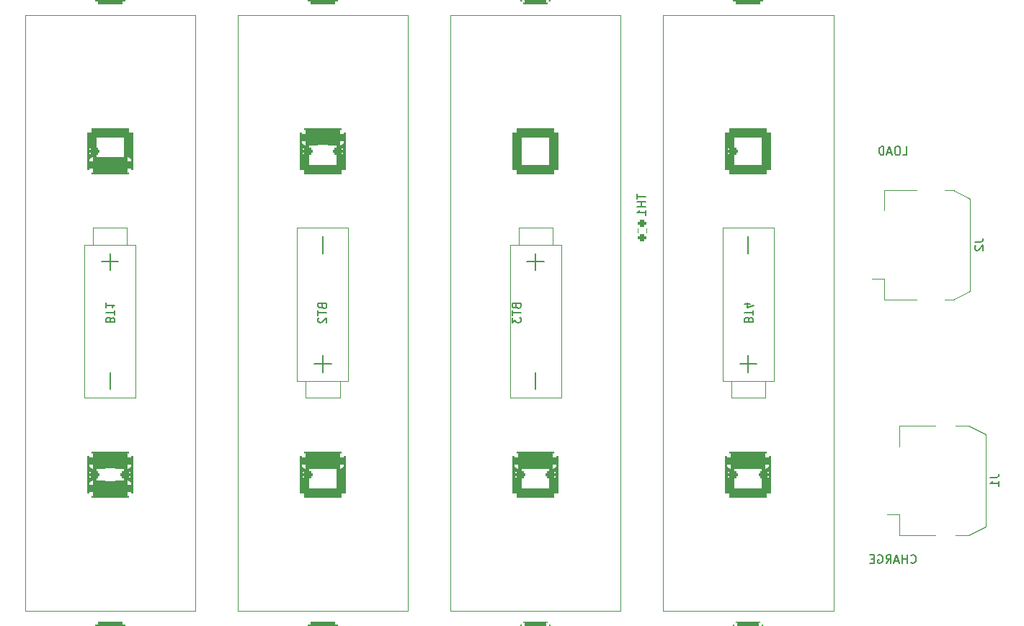
<source format=gbo>
%TF.GenerationSoftware,KiCad,Pcbnew,(6.0.11)*%
%TF.CreationDate,2023-07-04T18:20:15-04:00*%
%TF.ProjectId,Batt_Rev20,42617474-5f52-4657-9632-302e6b696361,rev?*%
%TF.SameCoordinates,Original*%
%TF.FileFunction,Legend,Bot*%
%TF.FilePolarity,Positive*%
%FSLAX46Y46*%
G04 Gerber Fmt 4.6, Leading zero omitted, Abs format (unit mm)*
G04 Created by KiCad (PCBNEW (6.0.11)) date 2023-07-04 18:20:15*
%MOMM*%
%LPD*%
G01*
G04 APERTURE LIST*
G04 Aperture macros list*
%AMRoundRect*
0 Rectangle with rounded corners*
0 $1 Rounding radius*
0 $2 $3 $4 $5 $6 $7 $8 $9 X,Y pos of 4 corners*
0 Add a 4 corners polygon primitive as box body*
4,1,4,$2,$3,$4,$5,$6,$7,$8,$9,$2,$3,0*
0 Add four circle primitives for the rounded corners*
1,1,$1+$1,$2,$3*
1,1,$1+$1,$4,$5*
1,1,$1+$1,$6,$7*
1,1,$1+$1,$8,$9*
0 Add four rect primitives between the rounded corners*
20,1,$1+$1,$2,$3,$4,$5,0*
20,1,$1+$1,$4,$5,$6,$7,0*
20,1,$1+$1,$6,$7,$8,$9,0*
20,1,$1+$1,$8,$9,$2,$3,0*%
G04 Aperture macros list end*
%ADD10C,0.150000*%
%ADD11C,0.120000*%
%ADD12C,0.200000*%
%ADD13R,2.920000X1.270000*%
%ADD14R,1.650000X3.430000*%
%ADD15C,2.710000*%
%ADD16C,0.800000*%
%ADD17C,6.400000*%
%ADD18RoundRect,0.450000X-2.050000X0.450000X-2.050000X-0.450000X2.050000X-0.450000X2.050000X0.450000X0*%
%ADD19RoundRect,0.400000X-1.250000X0.600000X-1.250000X-0.600000X1.250000X-0.600000X1.250000X0.600000X0*%
%ADD20RoundRect,0.200000X-0.400000X0.200000X-0.400000X-0.200000X0.400000X-0.200000X0.400000X0.200000X0*%
%ADD21O,2.400000X1.500000*%
%ADD22RoundRect,0.360000X-1.440000X2.340000X-1.440000X-2.340000X1.440000X-2.340000X1.440000X2.340000X0*%
%ADD23RoundRect,0.540000X-2.160000X2.160000X-2.160000X-2.160000X2.160000X-2.160000X2.160000X2.160000X0*%
%ADD24RoundRect,0.400000X1.250000X-0.600000X1.250000X0.600000X-1.250000X0.600000X-1.250000X-0.600000X0*%
%ADD25RoundRect,0.450000X2.050000X-0.450000X2.050000X0.450000X-2.050000X0.450000X-2.050000X-0.450000X0*%
%ADD26RoundRect,0.540000X2.160000X-2.160000X2.160000X2.160000X-2.160000X2.160000X-2.160000X-2.160000X0*%
%ADD27RoundRect,0.200000X0.400000X-0.200000X0.400000X0.200000X-0.400000X0.200000X-0.400000X-0.200000X0*%
%ADD28RoundRect,0.360000X1.440000X-2.340000X1.440000X2.340000X-1.440000X2.340000X-1.440000X-2.340000X0*%
%ADD29RoundRect,0.200000X0.275000X-0.200000X0.275000X0.200000X-0.275000X0.200000X-0.275000X-0.200000X0*%
G04 APERTURE END LIST*
D10*
X143142857Y-61452380D02*
X143619047Y-61452380D01*
X143619047Y-60452380D01*
X142619047Y-60452380D02*
X142428571Y-60452380D01*
X142333333Y-60500000D01*
X142238095Y-60595238D01*
X142190476Y-60785714D01*
X142190476Y-61119047D01*
X142238095Y-61309523D01*
X142333333Y-61404761D01*
X142428571Y-61452380D01*
X142619047Y-61452380D01*
X142714285Y-61404761D01*
X142809523Y-61309523D01*
X142857142Y-61119047D01*
X142857142Y-60785714D01*
X142809523Y-60595238D01*
X142714285Y-60500000D01*
X142619047Y-60452380D01*
X141809523Y-61166666D02*
X141333333Y-61166666D01*
X141904761Y-61452380D02*
X141571428Y-60452380D01*
X141238095Y-61452380D01*
X140904761Y-61452380D02*
X140904761Y-60452380D01*
X140666666Y-60452380D01*
X140523809Y-60500000D01*
X140428571Y-60595238D01*
X140380952Y-60690476D01*
X140333333Y-60880952D01*
X140333333Y-61023809D01*
X140380952Y-61214285D01*
X140428571Y-61309523D01*
X140523809Y-61404761D01*
X140666666Y-61452380D01*
X140904761Y-61452380D01*
X144095238Y-109357142D02*
X144142857Y-109404761D01*
X144285714Y-109452380D01*
X144380952Y-109452380D01*
X144523809Y-109404761D01*
X144619047Y-109309523D01*
X144666666Y-109214285D01*
X144714285Y-109023809D01*
X144714285Y-108880952D01*
X144666666Y-108690476D01*
X144619047Y-108595238D01*
X144523809Y-108500000D01*
X144380952Y-108452380D01*
X144285714Y-108452380D01*
X144142857Y-108500000D01*
X144095238Y-108547619D01*
X143666666Y-109452380D02*
X143666666Y-108452380D01*
X143666666Y-108928571D02*
X143095238Y-108928571D01*
X143095238Y-109452380D02*
X143095238Y-108452380D01*
X142666666Y-109166666D02*
X142190476Y-109166666D01*
X142761904Y-109452380D02*
X142428571Y-108452380D01*
X142095238Y-109452380D01*
X141190476Y-109452380D02*
X141523809Y-108976190D01*
X141761904Y-109452380D02*
X141761904Y-108452380D01*
X141380952Y-108452380D01*
X141285714Y-108500000D01*
X141238095Y-108547619D01*
X141190476Y-108642857D01*
X141190476Y-108785714D01*
X141238095Y-108880952D01*
X141285714Y-108928571D01*
X141380952Y-108976190D01*
X141761904Y-108976190D01*
X140238095Y-108500000D02*
X140333333Y-108452380D01*
X140476190Y-108452380D01*
X140619047Y-108500000D01*
X140714285Y-108595238D01*
X140761904Y-108690476D01*
X140809523Y-108880952D01*
X140809523Y-109023809D01*
X140761904Y-109214285D01*
X140714285Y-109309523D01*
X140619047Y-109404761D01*
X140476190Y-109452380D01*
X140380952Y-109452380D01*
X140238095Y-109404761D01*
X140190476Y-109357142D01*
X140190476Y-109023809D01*
X140380952Y-109023809D01*
X139761904Y-108928571D02*
X139428571Y-108928571D01*
X139285714Y-109452380D02*
X139761904Y-109452380D01*
X139761904Y-108452380D01*
X139285714Y-108452380D01*
%TO.C,J1*%
X153432380Y-99366666D02*
X154146666Y-99366666D01*
X154289523Y-99319047D01*
X154384761Y-99223809D01*
X154432380Y-99080952D01*
X154432380Y-98985714D01*
X154432380Y-100366666D02*
X154432380Y-99795238D01*
X154432380Y-100080952D02*
X153432380Y-100080952D01*
X153575238Y-99985714D01*
X153670476Y-99890476D01*
X153718095Y-99795238D01*
%TO.C,J2*%
X151602380Y-71666666D02*
X152316666Y-71666666D01*
X152459523Y-71619047D01*
X152554761Y-71523809D01*
X152602380Y-71380952D01*
X152602380Y-71285714D01*
X151697619Y-72095238D02*
X151650000Y-72142857D01*
X151602380Y-72238095D01*
X151602380Y-72476190D01*
X151650000Y-72571428D01*
X151697619Y-72619047D01*
X151792857Y-72666666D01*
X151888095Y-72666666D01*
X152030952Y-72619047D01*
X152602380Y-72047619D01*
X152602380Y-72666666D01*
%TO.C,BT4*%
X125071428Y-80785714D02*
X125023809Y-80642857D01*
X124976190Y-80595238D01*
X124880952Y-80547619D01*
X124738095Y-80547619D01*
X124642857Y-80595238D01*
X124595238Y-80642857D01*
X124547619Y-80738095D01*
X124547619Y-81119047D01*
X125547619Y-81119047D01*
X125547619Y-80785714D01*
X125500000Y-80690476D01*
X125452380Y-80642857D01*
X125357142Y-80595238D01*
X125261904Y-80595238D01*
X125166666Y-80642857D01*
X125119047Y-80690476D01*
X125071428Y-80785714D01*
X125071428Y-81119047D01*
X125547619Y-80261904D02*
X125547619Y-79690476D01*
X124547619Y-79976190D02*
X125547619Y-79976190D01*
X125214285Y-78928571D02*
X124547619Y-78928571D01*
X125595238Y-79166666D02*
X124880952Y-79404761D01*
X124880952Y-78785714D01*
%TO.C,BT2*%
X74928571Y-79214285D02*
X74976190Y-79357142D01*
X75023809Y-79404761D01*
X75119047Y-79452380D01*
X75261904Y-79452380D01*
X75357142Y-79404761D01*
X75404761Y-79357142D01*
X75452380Y-79261904D01*
X75452380Y-78880952D01*
X74452380Y-78880952D01*
X74452380Y-79214285D01*
X74500000Y-79309523D01*
X74547619Y-79357142D01*
X74642857Y-79404761D01*
X74738095Y-79404761D01*
X74833333Y-79357142D01*
X74880952Y-79309523D01*
X74928571Y-79214285D01*
X74928571Y-78880952D01*
X74452380Y-79738095D02*
X74452380Y-80309523D01*
X75452380Y-80023809D02*
X74452380Y-80023809D01*
X74547619Y-80595238D02*
X74500000Y-80642857D01*
X74452380Y-80738095D01*
X74452380Y-80976190D01*
X74500000Y-81071428D01*
X74547619Y-81119047D01*
X74642857Y-81166666D01*
X74738095Y-81166666D01*
X74880952Y-81119047D01*
X75452380Y-80547619D01*
X75452380Y-81166666D01*
%TO.C,BT3*%
X97728571Y-79214285D02*
X97776190Y-79357142D01*
X97823809Y-79404761D01*
X97919047Y-79452380D01*
X98061904Y-79452380D01*
X98157142Y-79404761D01*
X98204761Y-79357142D01*
X98252380Y-79261904D01*
X98252380Y-78880952D01*
X97252380Y-78880952D01*
X97252380Y-79214285D01*
X97300000Y-79309523D01*
X97347619Y-79357142D01*
X97442857Y-79404761D01*
X97538095Y-79404761D01*
X97633333Y-79357142D01*
X97680952Y-79309523D01*
X97728571Y-79214285D01*
X97728571Y-78880952D01*
X97252380Y-79738095D02*
X97252380Y-80309523D01*
X98252380Y-80023809D02*
X97252380Y-80023809D01*
X97252380Y-80547619D02*
X97252380Y-81166666D01*
X97633333Y-80833333D01*
X97633333Y-80976190D01*
X97680952Y-81071428D01*
X97728571Y-81119047D01*
X97823809Y-81166666D01*
X98061904Y-81166666D01*
X98157142Y-81119047D01*
X98204761Y-81071428D01*
X98252380Y-80976190D01*
X98252380Y-80690476D01*
X98204761Y-80595238D01*
X98157142Y-80547619D01*
%TO.C,BT1*%
X50071428Y-80785714D02*
X50023809Y-80642857D01*
X49976190Y-80595238D01*
X49880952Y-80547619D01*
X49738095Y-80547619D01*
X49642857Y-80595238D01*
X49595238Y-80642857D01*
X49547619Y-80738095D01*
X49547619Y-81119047D01*
X50547619Y-81119047D01*
X50547619Y-80785714D01*
X50500000Y-80690476D01*
X50452380Y-80642857D01*
X50357142Y-80595238D01*
X50261904Y-80595238D01*
X50166666Y-80642857D01*
X50119047Y-80690476D01*
X50071428Y-80785714D01*
X50071428Y-81119047D01*
X50547619Y-80261904D02*
X50547619Y-79690476D01*
X49547619Y-79976190D02*
X50547619Y-79976190D01*
X49547619Y-78833333D02*
X49547619Y-79404761D01*
X49547619Y-79119047D02*
X50547619Y-79119047D01*
X50404761Y-79214285D01*
X50309523Y-79309523D01*
X50261904Y-79404761D01*
%TO.C,TH1*%
X111952380Y-66039285D02*
X111952380Y-66610714D01*
X112952380Y-66325000D02*
X111952380Y-66325000D01*
X112952380Y-66944047D02*
X111952380Y-66944047D01*
X112428571Y-66944047D02*
X112428571Y-67515476D01*
X112952380Y-67515476D02*
X111952380Y-67515476D01*
X112952380Y-68515476D02*
X112952380Y-67944047D01*
X112952380Y-68229761D02*
X111952380Y-68229761D01*
X112095238Y-68134523D01*
X112190476Y-68039285D01*
X112238095Y-67944047D01*
D11*
%TO.C,J1*%
X150895000Y-93265000D02*
X149380000Y-93265000D01*
X146990000Y-93265000D02*
X142765000Y-93265000D01*
X146990000Y-106135000D02*
X142765000Y-106135000D01*
X152895000Y-99700000D02*
X152895000Y-105135000D01*
X152895000Y-105135000D02*
X150895000Y-106135000D01*
X142765000Y-93265000D02*
X142765000Y-95695000D01*
X152895000Y-94265000D02*
X150895000Y-93265000D01*
X152895000Y-99700000D02*
X152895000Y-94265000D01*
X142765000Y-103705000D02*
X141305000Y-103705000D01*
X150895000Y-106135000D02*
X149380000Y-106135000D01*
X142765000Y-106135000D02*
X142765000Y-103705000D01*
%TO.C,J2*%
X140940000Y-78435000D02*
X140940000Y-76005000D01*
X144775000Y-78435000D02*
X140940000Y-78435000D01*
X140940000Y-65565000D02*
X140940000Y-67995000D01*
X140940000Y-76005000D02*
X139480000Y-76005000D01*
X151060000Y-66565000D02*
X149060000Y-65565000D01*
X151060000Y-72000000D02*
X151060000Y-66565000D01*
X144775000Y-65565000D02*
X140940000Y-65565000D01*
X149060000Y-78435000D02*
X148075000Y-78435000D01*
X151060000Y-77435000D02*
X149060000Y-78435000D01*
X151060000Y-72000000D02*
X151060000Y-77435000D01*
X149060000Y-65565000D02*
X148075000Y-65565000D01*
D12*
%TO.C,BT4*%
X125000000Y-85000000D02*
X125000000Y-87000000D01*
X124000000Y-86000000D02*
X126000000Y-86000000D01*
X125000000Y-71000000D02*
X125000000Y-73000000D01*
D11*
X115000000Y-45000000D02*
X135000000Y-45000000D01*
X135000000Y-45000000D02*
X135000000Y-115000000D01*
X135000000Y-115000000D02*
X115000000Y-115000000D01*
X115000000Y-115000000D02*
X115000000Y-45000000D01*
X123000000Y-88000000D02*
X127000000Y-88000000D01*
X127000000Y-88000000D02*
X127000000Y-90000000D01*
X127000000Y-90000000D02*
X123000000Y-90000000D01*
X123000000Y-90000000D02*
X123000000Y-88000000D01*
X122000000Y-70000000D02*
X128000000Y-70000000D01*
X128000000Y-70000000D02*
X128000000Y-88000000D01*
X128000000Y-88000000D02*
X122000000Y-88000000D01*
X122000000Y-88000000D02*
X122000000Y-70000000D01*
D12*
%TO.C,BT2*%
X75000000Y-85000000D02*
X75000000Y-87000000D01*
X74000000Y-86000000D02*
X76000000Y-86000000D01*
X75000000Y-71000000D02*
X75000000Y-73000000D01*
D11*
X73000000Y-88000000D02*
X77000000Y-88000000D01*
X77000000Y-88000000D02*
X77000000Y-90000000D01*
X77000000Y-90000000D02*
X73000000Y-90000000D01*
X73000000Y-90000000D02*
X73000000Y-88000000D01*
X65000000Y-45000000D02*
X85000000Y-45000000D01*
X85000000Y-45000000D02*
X85000000Y-115000000D01*
X85000000Y-115000000D02*
X65000000Y-115000000D01*
X65000000Y-115000000D02*
X65000000Y-45000000D01*
X72000000Y-70000000D02*
X78000000Y-70000000D01*
X78000000Y-70000000D02*
X78000000Y-88000000D01*
X78000000Y-88000000D02*
X72000000Y-88000000D01*
X72000000Y-88000000D02*
X72000000Y-70000000D01*
D12*
%TO.C,BT3*%
X100000000Y-75000000D02*
X100000000Y-73000000D01*
X101000000Y-74000000D02*
X99000000Y-74000000D01*
X100000000Y-89000000D02*
X100000000Y-87000000D01*
D11*
X103000000Y-90000000D02*
X97000000Y-90000000D01*
X97000000Y-90000000D02*
X97000000Y-72000000D01*
X97000000Y-72000000D02*
X103000000Y-72000000D01*
X103000000Y-72000000D02*
X103000000Y-90000000D01*
X110000000Y-115000000D02*
X90000000Y-115000000D01*
X90000000Y-115000000D02*
X90000000Y-45000000D01*
X90000000Y-45000000D02*
X110000000Y-45000000D01*
X110000000Y-45000000D02*
X110000000Y-115000000D01*
X102000000Y-72000000D02*
X98000000Y-72000000D01*
X98000000Y-72000000D02*
X98000000Y-70000000D01*
X98000000Y-70000000D02*
X102000000Y-70000000D01*
X102000000Y-70000000D02*
X102000000Y-72000000D01*
D12*
%TO.C,BT1*%
X50000000Y-75000000D02*
X50000000Y-73000000D01*
X50000000Y-89000000D02*
X50000000Y-87000000D01*
X51000000Y-74000000D02*
X49000000Y-74000000D01*
D11*
X52000000Y-72000000D02*
X48000000Y-72000000D01*
X48000000Y-72000000D02*
X48000000Y-70000000D01*
X48000000Y-70000000D02*
X52000000Y-70000000D01*
X52000000Y-70000000D02*
X52000000Y-72000000D01*
X60000000Y-115000000D02*
X40000000Y-115000000D01*
X40000000Y-115000000D02*
X40000000Y-45000000D01*
X40000000Y-45000000D02*
X60000000Y-45000000D01*
X60000000Y-45000000D02*
X60000000Y-115000000D01*
X53000000Y-90000000D02*
X47000000Y-90000000D01*
X47000000Y-90000000D02*
X47000000Y-72000000D01*
X47000000Y-72000000D02*
X53000000Y-72000000D01*
X53000000Y-72000000D02*
X53000000Y-90000000D01*
%TO.C,TH1*%
X113022500Y-70562258D02*
X113022500Y-70087742D01*
X111977500Y-70562258D02*
X111977500Y-70087742D01*
%TD*%
%LPC*%
D13*
%TO.C,J1*%
X142715000Y-102700000D03*
X142715000Y-99700000D03*
X142715000Y-96700000D03*
X138085000Y-102700000D03*
X138085000Y-99700000D03*
X138085000Y-96700000D03*
D14*
X148185000Y-106585000D03*
X148185000Y-92815000D03*
%TD*%
D13*
%TO.C,J2*%
X140880000Y-75000000D03*
X140880000Y-72000000D03*
X140880000Y-69000000D03*
D15*
X146350000Y-77150000D03*
X146350000Y-66850000D03*
%TD*%
D16*
%TO.C,H2*%
X142000000Y-117600000D03*
X142000000Y-122400000D03*
X140302944Y-121697056D03*
X143697056Y-118302944D03*
X144400000Y-120000000D03*
X139600000Y-120000000D03*
X143697056Y-121697056D03*
D17*
X142000000Y-120000000D03*
D16*
X140302944Y-118302944D03*
%TD*%
D17*
%TO.C,H1*%
X142000000Y-40000000D03*
D16*
X139600000Y-40000000D03*
X140302944Y-38302944D03*
X142000000Y-42400000D03*
X140302944Y-41697056D03*
X143697056Y-41697056D03*
X144400000Y-40000000D03*
X143697056Y-38302944D03*
X142000000Y-37600000D03*
%TD*%
D18*
%TO.C,BT4*%
X125000000Y-62600000D03*
D19*
X125000000Y-42600000D03*
D20*
X126800000Y-61000000D03*
D18*
X125000000Y-59380000D03*
D21*
X125000000Y-41000000D03*
D19*
X125000000Y-39400000D03*
D21*
X125000000Y-61000000D03*
D22*
X125000000Y-41000000D03*
D23*
X125000000Y-61000000D03*
D20*
X123200000Y-61000000D03*
D21*
X125000000Y-99000000D03*
D19*
X125000000Y-120600000D03*
D22*
X125000000Y-119000000D03*
D18*
X125000000Y-100620000D03*
D23*
X125000000Y-99000000D03*
D19*
X125000000Y-117400000D03*
D18*
X125000000Y-97400000D03*
D20*
X126800000Y-99020000D03*
X123200000Y-99020000D03*
D21*
X125000000Y-119000000D03*
%TD*%
D18*
%TO.C,BT2*%
X75000000Y-62600000D03*
D23*
X75000000Y-61000000D03*
D20*
X73200000Y-61000000D03*
D19*
X75000000Y-39400000D03*
X75000000Y-42600000D03*
D21*
X75000000Y-41000000D03*
D18*
X75000000Y-59380000D03*
D22*
X75000000Y-41000000D03*
D20*
X76800000Y-61000000D03*
D21*
X75000000Y-61000000D03*
D18*
X75000000Y-100620000D03*
D20*
X76800000Y-99020000D03*
D19*
X75000000Y-117400000D03*
X75000000Y-120600000D03*
D23*
X75000000Y-99000000D03*
D22*
X75000000Y-119000000D03*
D21*
X75000000Y-99000000D03*
X75000000Y-119000000D03*
D18*
X75000000Y-97400000D03*
D20*
X73200000Y-99020000D03*
%TD*%
D21*
%TO.C,BT3*%
X100000000Y-119000000D03*
D24*
X100000000Y-120600000D03*
D25*
X100000000Y-100620000D03*
D26*
X100000000Y-99000000D03*
D27*
X98200000Y-99000000D03*
X101800000Y-99000000D03*
D21*
X100000000Y-99000000D03*
D28*
X100000000Y-119000000D03*
D25*
X100000000Y-97400000D03*
D24*
X100000000Y-117400000D03*
D25*
X100000000Y-59380000D03*
X100000000Y-62600000D03*
D27*
X101800000Y-60980000D03*
D24*
X100000000Y-39400000D03*
D21*
X100000000Y-41000000D03*
X100000000Y-61000000D03*
D27*
X98200000Y-60980000D03*
D28*
X100000000Y-41000000D03*
D24*
X100000000Y-42600000D03*
D26*
X100000000Y-61000000D03*
%TD*%
%TO.C,BT1*%
X50000000Y-99000000D03*
D25*
X50000000Y-100620000D03*
D24*
X50000000Y-120600000D03*
D27*
X48200000Y-99000000D03*
D25*
X50000000Y-97400000D03*
D21*
X50000000Y-99000000D03*
D24*
X50000000Y-117400000D03*
D28*
X50000000Y-119000000D03*
D27*
X51800000Y-99000000D03*
D21*
X50000000Y-119000000D03*
D24*
X50000000Y-39400000D03*
D25*
X50000000Y-59380000D03*
D24*
X50000000Y-42600000D03*
D21*
X50000000Y-61000000D03*
D27*
X51800000Y-60980000D03*
D28*
X50000000Y-41000000D03*
D26*
X50000000Y-61000000D03*
D27*
X48200000Y-60980000D03*
D21*
X50000000Y-41000000D03*
D25*
X50000000Y-62600000D03*
%TD*%
D29*
%TO.C,TH1*%
X112500000Y-71150000D03*
X112500000Y-69500000D03*
%TD*%
M02*

</source>
